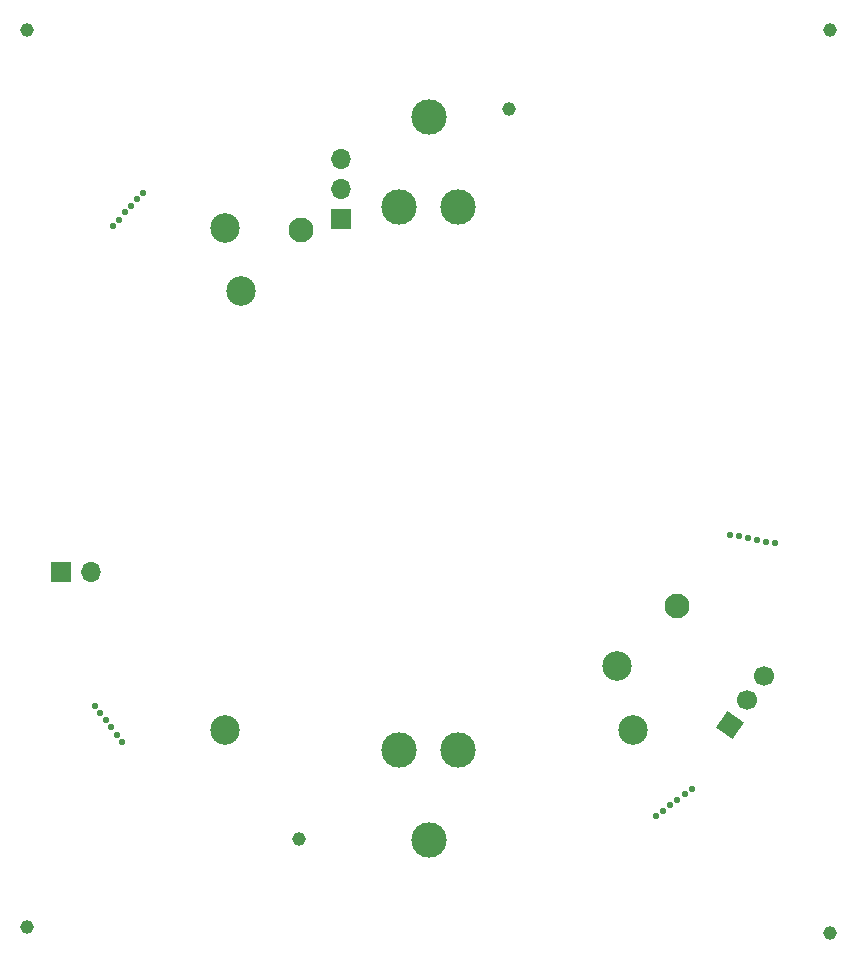
<source format=gbs>
%TF.GenerationSoftware,KiCad,Pcbnew,7.0.8*%
%TF.CreationDate,2023-10-15T21:23:35+02:00*%
%TF.ProjectId,blinkekatze,626c696e-6b65-46b6-9174-7a652e6b6963,rev?*%
%TF.SameCoordinates,Original*%
%TF.FileFunction,Soldermask,Bot*%
%TF.FilePolarity,Negative*%
%FSLAX46Y46*%
G04 Gerber Fmt 4.6, Leading zero omitted, Abs format (unit mm)*
G04 Created by KiCad (PCBNEW 7.0.8) date 2023-10-15 21:23:35*
%MOMM*%
%LPD*%
G01*
G04 APERTURE LIST*
G04 Aperture macros list*
%AMHorizOval*
0 Thick line with rounded ends*
0 $1 width*
0 $2 $3 position (X,Y) of the first rounded end (center of the circle)*
0 $4 $5 position (X,Y) of the second rounded end (center of the circle)*
0 Add line between two ends*
20,1,$1,$2,$3,$4,$5,0*
0 Add two circle primitives to create the rounded ends*
1,1,$1,$2,$3*
1,1,$1,$4,$5*%
%AMRotRect*
0 Rectangle, with rotation*
0 The origin of the aperture is its center*
0 $1 length*
0 $2 width*
0 $3 Rotation angle, in degrees counterclockwise*
0 Add horizontal line*
21,1,$1,$2,0,0,$3*%
G04 Aperture macros list end*
%ADD10R,1.700000X1.700000*%
%ADD11O,1.700000X1.700000*%
%ADD12C,2.500000*%
%ADD13C,0.550000*%
%ADD14C,2.100000*%
%ADD15C,1.152000*%
%ADD16RotRect,1.700000X1.700000X145.000000*%
%ADD17HorizOval,1.700000X0.000000X0.000000X0.000000X0.000000X0*%
%ADD18C,3.000000*%
G04 APERTURE END LIST*
D10*
%TO.C,J2*%
X92600000Y-78030000D03*
D11*
X92600000Y-75490000D03*
X92600000Y-72950000D03*
%TD*%
D12*
%TO.C,H3*%
X84090097Y-84090097D03*
%TD*%
D13*
%TO.C,REF\u002A\u002A*%
X74023120Y-122301408D03*
X73573853Y-121700859D03*
X73094634Y-121060274D03*
X72645366Y-120459726D03*
X72196098Y-119859177D03*
X71746831Y-119258629D03*
%TD*%
%TO.C,REF\u002A\u002A*%
X73245973Y-78632598D03*
X73742938Y-78070881D03*
X74273034Y-77471716D03*
X74770000Y-76910000D03*
X75266965Y-76348283D03*
X75763930Y-75786566D03*
%TD*%
D14*
%TO.C,H2*%
X121001169Y-110818831D03*
%TD*%
D12*
%TO.C,H9*%
X82750000Y-121300000D03*
%TD*%
%TO.C,H8*%
X117250000Y-121300000D03*
%TD*%
D10*
%TO.C,J1*%
X68850000Y-107900000D03*
D11*
X71390000Y-107900000D03*
%TD*%
D15*
%TO.C,REF\u002A\u002A*%
X134000000Y-138500000D03*
%TD*%
%TO.C,REF\u002A\u002A*%
X66000000Y-62000000D03*
%TD*%
%TO.C,REF\u002A\u002A*%
X134000000Y-62000000D03*
%TD*%
D14*
%TO.C,H1*%
X89181266Y-78998928D03*
%TD*%
D13*
%TO.C,REF\u002A\u002A*%
X125542258Y-104761140D03*
X126278478Y-104904246D03*
X127063780Y-105056894D03*
X127800000Y-105200000D03*
X128536221Y-105343107D03*
X129272441Y-105486214D03*
%TD*%
%TO.C,REF\u002A\u002A*%
X119230303Y-128583580D03*
X119825318Y-128127009D03*
X120460000Y-127640000D03*
X121055016Y-127183428D03*
X121650031Y-126726857D03*
X122245046Y-126270286D03*
%TD*%
D12*
%TO.C,H4*%
X115910000Y-115910000D03*
%TD*%
%TO.C,H7*%
X82750000Y-78750000D03*
%TD*%
D16*
%TO.C,J3*%
X125502981Y-120868127D03*
D17*
X126959865Y-118787481D03*
X128416749Y-116706835D03*
%TD*%
D15*
%TO.C,H5*%
X89000000Y-130500000D03*
%TD*%
%TO.C,H6*%
X106800000Y-68750000D03*
%TD*%
%TO.C,REF\u002A\u002A*%
X66000000Y-138000000D03*
%TD*%
D18*
%TO.C,BTT2*%
X102500000Y-123000000D03*
X97500000Y-123000000D03*
X100000000Y-130600000D03*
%TD*%
%TO.C,BTT1*%
X97500000Y-77000000D03*
X102500000Y-77000000D03*
X100000000Y-69400000D03*
%TD*%
M02*

</source>
